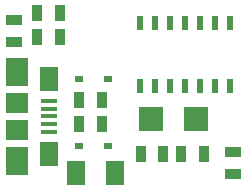
<source format=gtp>
G04 (created by PCBNEW-RS274X (2012-apr-16-27)-stable) date Sun 09 Nov 2014 09:22:59 PM UTC*
G01*
G70*
G90*
%MOIN*%
G04 Gerber Fmt 3.4, Leading zero omitted, Abs format*
%FSLAX34Y34*%
G04 APERTURE LIST*
%ADD10C,0.006000*%
%ADD11R,0.060000X0.080000*%
%ADD12R,0.031500X0.023600*%
%ADD13R,0.020000X0.045000*%
%ADD14R,0.053100X0.015700*%
%ADD15R,0.059100X0.082700*%
%ADD16R,0.074800X0.094500*%
%ADD17R,0.074800X0.070900*%
%ADD18R,0.082700X0.082700*%
%ADD19R,0.055000X0.035000*%
%ADD20R,0.035000X0.055000*%
G04 APERTURE END LIST*
G54D10*
G54D11*
X25750Y-30950D03*
X27050Y-30950D03*
G54D12*
X25858Y-27800D03*
X26842Y-27800D03*
X25858Y-30050D03*
X26842Y-30050D03*
G54D13*
X27900Y-28050D03*
X28400Y-28050D03*
X28900Y-28050D03*
X29400Y-28050D03*
X29900Y-28050D03*
X30400Y-28050D03*
X30900Y-28050D03*
X30900Y-25950D03*
X30400Y-25950D03*
X29900Y-25950D03*
X29400Y-25950D03*
X28900Y-25950D03*
X28400Y-25950D03*
X27900Y-25950D03*
G54D14*
X24850Y-29050D03*
X24850Y-28794D03*
X24850Y-29306D03*
X24850Y-28538D03*
X24850Y-29562D03*
G54D15*
X24850Y-27790D03*
X24850Y-30310D03*
G54D16*
X23807Y-27554D03*
X23807Y-30546D03*
G54D17*
X23807Y-28597D03*
X23807Y-29503D03*
G54D18*
X29750Y-29150D03*
X28250Y-29150D03*
G54D19*
X31000Y-30225D03*
X31000Y-30975D03*
G54D20*
X29275Y-30300D03*
X30025Y-30300D03*
X28675Y-30300D03*
X27925Y-30300D03*
G54D19*
X23700Y-25825D03*
X23700Y-26575D03*
G54D20*
X26625Y-29300D03*
X25875Y-29300D03*
X26625Y-28500D03*
X25875Y-28500D03*
X25225Y-26400D03*
X24475Y-26400D03*
X25225Y-25600D03*
X24475Y-25600D03*
M02*

</source>
